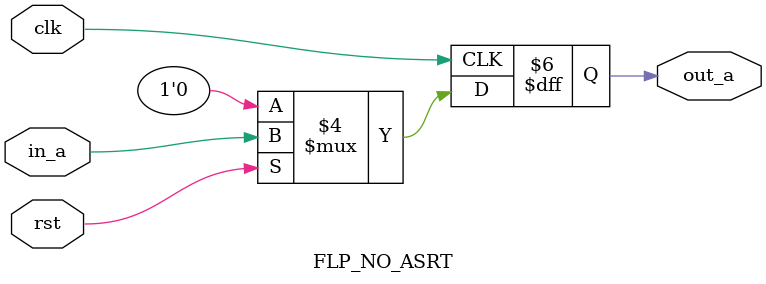
<source format=v>
module FLP_NO_ASRT (clk, rst, in_a, out_a);
   input clk, rst;
   input in_a;
   output reg out_a;

   always@(posedge clk)
   begin
      if(!rst)
      out_a <= 1'b0;
      else
      out_a <= in_a;
   end
endmodule


</source>
